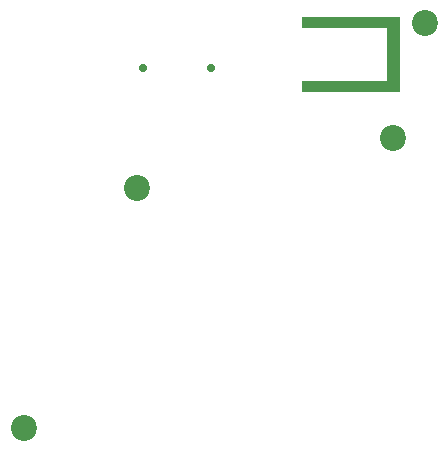
<source format=gbr>
%TF.GenerationSoftware,Altium Limited,Altium Designer,24.5.1 (21)*%
G04 Layer_Color=0*
%FSLAX45Y45*%
%MOMM*%
%TF.SameCoordinates,B243DE45-8CDA-4261-9277-E6BC4981C879*%
%TF.FilePolarity,Positive*%
%TF.FileFunction,NonPlated,1,2,NPTH,Drill*%
%TF.Part,Single*%
G01*
G75*
%TA.AperFunction,OtherDrill,Pad Free-4 (169.6mm,98.9mm)*%
%ADD77C,2.20000*%
%TA.AperFunction,OtherDrill,Pad Free-4 (166.9mm,89.2mm)*%
%ADD78C,2.20000*%
%TA.AperFunction,OtherDrill,Pad Free-4 (145.2mm,85mm)*%
%ADD79C,2.20000*%
%TA.AperFunction,OtherDrill,Pad Free-4 (135.628mm,64.624mm)*%
%ADD80C,2.20000*%
%TA.AperFunction,ComponentDrill*%
%ADD81C,0.70000*%
G36*
X15920000Y9400000D02*
X16639999D01*
Y9850000D01*
X15920000D01*
Y9940000D01*
X16750000D01*
Y9310000D01*
X15920000D01*
Y9400000D01*
D02*
G37*
D77*
X16960001Y9890000D02*
D03*
D78*
X16689999Y8920000D02*
D03*
D79*
X14520000Y8500000D02*
D03*
D80*
X13562752Y6462371D02*
D03*
D81*
X14571001Y9515000D02*
D03*
X15149001D02*
D03*
%TF.MD5,a06774ad66af4540e30ac198e74da440*%
M02*

</source>
